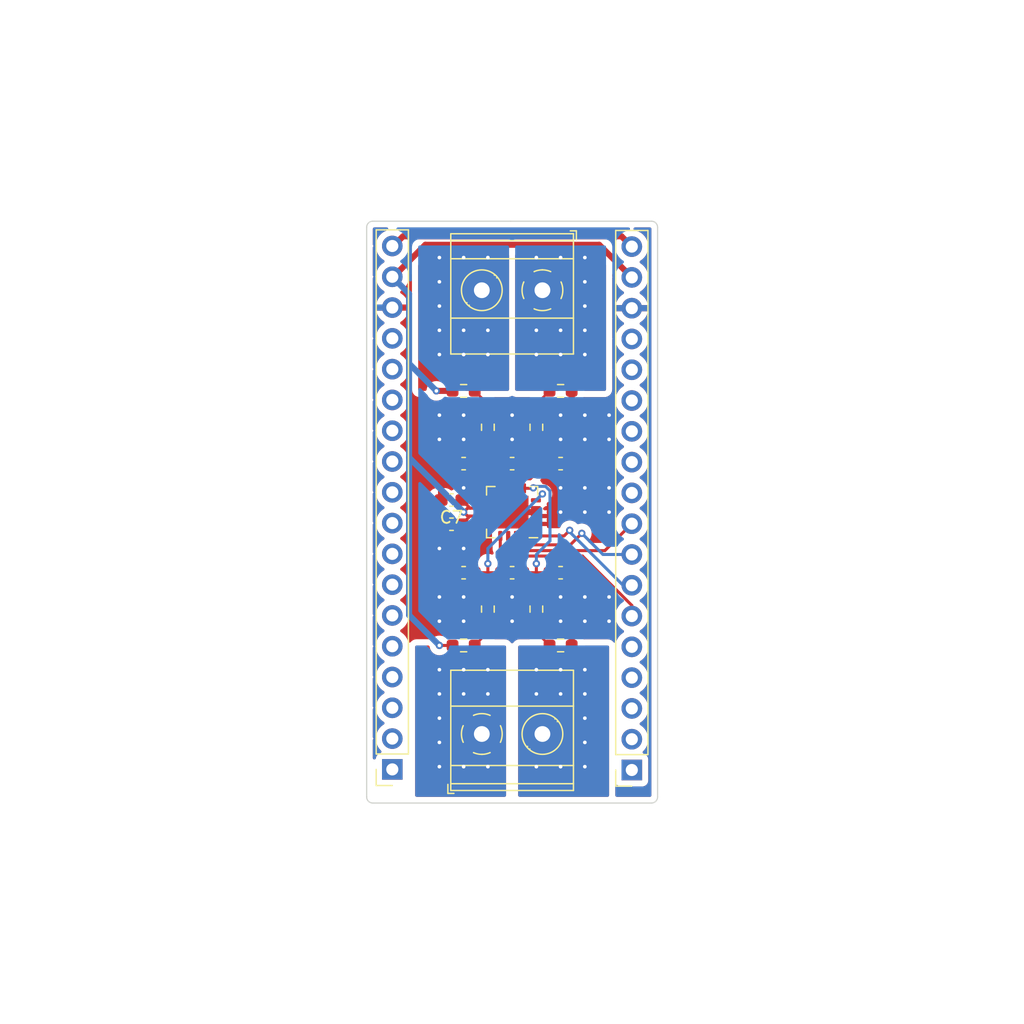
<source format=kicad_pcb>
(kicad_pcb (version 20211014) (generator pcbnew)
  (layers (0 "F.Cu" signal) (31 "B.Cu" signal) (34 "B.Paste" user) (35 "F.Paste" user) (36 "B.SilkS" user "B.Silkscreen") (37 "F.SilkS" user "F.Silkscreen") (38 "B.Mask" user) (39 "F.Mask" user) (44 "Edge.Cuts" user))
  (net 0 "")
  (net 1 "GND")
  (net 2 "+3V3")
  (net 3 "/AIN0")
  (net 4 "VBUS")
  (net 5 "/AIN1")
  (net 6 "/AIN2")
  (net 7 "/AIN3")
  (net 8 "/GPIO0")
  (net 9 "/GPIO1")
  (net 10 "/GPIO2")
  (net 11 "/GPIO3")
  (net 12 "/GPIO4")
  (net 13 "/GPIO5")
  (net 14 "/GPIO6")
  (net 15 "/GPIO7")
  (net 16 "/GPIO8")
  (net 17 "/GPIO9")
  (net 18 "/GPIO10")
  (net 19 "/GPIO11")
  (net 20 "/GPIO12")
  (net 21 "/GPIO13")
  (net 22 "/GPIO14")
  (net 23 "/GPIO15")
  (net 24 "/GPIO16")
  (net 25 "/GPIO17")
  (net 26 "/GPIO18")
  (net 27 "/GPIO19")
  (net 28 "/GPIO24")
  (net 29 "/GPIO25")
  (net 30 "/ADC0")
  (net 31 "/ADC1")
  (net 32 "/ADC2")
  (net 33 "/ADC3")
  (net 34 "/THERM0+")
  (net 35 "/THERM0-")
  (net 36 "/THERM1+")
  (net 37 "/THERM1-")
  (net 40 "/DRDY#")
  (net 41 "Net-(C4-Pad2)")
  (net 42 "Net-(C5-Pad2)")
  (net 43 "/SPI0_MISO")
  (net 44 "/SPI0_CSn")
  (net 45 "/SPI0_MOSI")
  (net 46 "/SPI0_SCK")
  (footprint "Capacitor_SMD:C_0603_1608Metric_Pad1.08x0.95mm_HandSolder" (layer "F.Cu") (at 102 67 180)
    (fp_text reference "C8" hide)
    (fp_text value "0.1u")
    (fp_line (start -0.146267 -0.51) (end 0.146267 -0.51) (layer "F.SilkS") (width 0.12))
    (fp_line (start -0.146267 0.51) (end 0.146267 0.51) (layer "F.SilkS") (width 0.12))
    (pad "1" smd roundrect (at -0.8625 0 180) (size 1.075 0.95) (layers "F.Cu" "F.Paste" "F.Mask") (net 2 "+3V3"))
    (pad "2" smd roundrect (at 0.8625 0 180) (size 1.075 0.95) (layers "F.Cu" "F.Paste" "F.Mask") (net 1 "GND"))
  )
  (footprint "TerminalBlock_Phoenix:TerminalBlock_Phoenix_MKDS-1,5-2_1x02_P5.00mm_Horizontal" (layer "F.Cu") (at 104.5 84.305)
    (fp_text reference "J4" hide)
    (fp_text value "Conn_01x02")
    (fp_line (start -2.56 2.6) (end 7.56 2.6) (layer "F.SilkS") (width 0.12))
    (fp_line (start 6.275 -1.069) (end 6.228 -1.023) (layer "F.SilkS") (width 0.12))
    (fp_line (start 3.773 1.023) (end 3.726 1.069) (layer "F.SilkS") (width 0.12))
    (fp_line (start -2.56 4.66) (end 7.56 4.66) (layer "F.SilkS") (width 0.12))
    (fp_line (start 3.966 1.239) (end 3.931 1.274) (layer "F.SilkS") (width 0.12))
    (fp_line (start -2.8 4.9) (end -2.3 4.9) (layer "F.SilkS") (width 0.12))
    (fp_line (start -2.56 -5.261) (end 7.56 -5.261) (layer "F.SilkS") (width 0.12))
    (fp_line (start 7.56 -5.261) (end 7.56 4.66) (layer "F.SilkS") (width 0.12))
    (fp_line (start 6.07 -1.275) (end 6.035 -1.239) (layer "F.SilkS") (width 0.12))
    (fp_line (start -2.56 -2.301) (end 7.56 -2.301) (layer "F.SilkS") (width 0.12))
    (fp_line (start -2.56 4.1) (end 7.56 4.1) (layer "F.SilkS") (width 0.12))
    (fp_line (start -2.8 4.16) (end -2.8 4.9) (layer "F.SilkS") (width 0.12))
    (fp_line (start -2.56 -5.261) (end -2.56 4.66) (layer "F.SilkS") (width 0.12))
    (fp_arc (start 1.535427 -0.683042) (mid 1.680501 0.000524) (end 1.535 0.684) (layer "F.SilkS") (width 0.12))
    (fp_arc (start -1.535427 0.683042) (mid -1.680501 -0.000524) (end -1.535 -0.684) (layer "F.SilkS") (width 0.12))
    (fp_arc (start 0.683318 1.534756) (mid 0.349292 1.643288) (end 0 1.68) (layer "F.SilkS") (width 0.12))
    (fp_arc (start 0.028805 1.680253) (mid -0.335551 1.646659) (end -0.684 1.535) (layer "F.SilkS") (width 0.12))
    (fp_arc (start -0.683042 -1.535427) (mid 0.000524 -1.680501) (end 0.684 -1.535) (layer "F.SilkS") (width 0.12))
    (fp_circle (center 5 0) (end 6.68 0) (layer "F.SilkS") (width 0.12) (fill none))
    (pad "1" thru_hole rect (at 0 0) (size 2.6 2.6) (drill 1.3) (layers *.Cu *.Mask) (net 37 "/THERM1-"))
    (pad "2" thru_hole circle (at 5 0) (size 2.6 2.6) (drill 1.3) (layers *.Cu *.Mask) (net 36 "/THERM1+"))
  )
  (footprint "Connector_PinSocket_2.54mm:PinSocket_1x18_P2.54mm_Vertical" (layer "F.Cu") (at 116.875 87.275 180)
    (fp_text reference "J2" hide)
    (fp_text value "Conn_02x15_Odd_Even")
    (fp_line (start -1.33 1.27) (end 1.33 1.27) (layer "F.SilkS") (width 0.12))
    (fp_line (start 1.33 1.27) (end 1.33 44.51) (layer "F.SilkS") (width 0.12))
    (fp_line (start 0 -1.33) (end 1.33 -1.33) (layer "F.SilkS") (width 0.12))
    (fp_line (start 1.33 -1.33) (end 1.33 0) (layer "F.SilkS") (width 0.12))
    (fp_line (start -1.33 44.51) (end 1.33 44.51) (layer "F.SilkS") (width 0.12))
    (fp_line (start -1.33 1.27) (end -1.33 44.51) (layer "F.SilkS") (width 0.12))
    (pad "1" thru_hole rect (at 0 0 180) (size 1.7 1.7) (drill 1) (layers *.Cu *.Mask) (net 23 "/GPIO15"))
    (pad "2" thru_hole oval (at 0 2.54 180) (size 1.7 1.7) (drill 1) (layers *.Cu *.Mask) (net 24 "/GPIO16"))
    (pad "3" thru_hole oval (at 0 5.08 180) (size 1.7 1.7) (drill 1) (layers *.Cu *.Mask) (net 25 "/GPIO17"))
    (pad "4" thru_hole oval (at 0 7.62 180) (size 1.7 1.7) (drill 1) (layers *.Cu *.Mask) (net 26 "/GPIO18"))
    (pad "5" thru_hole oval (at 0 10.16 180) (size 1.7 1.7) (drill 1) (layers *.Cu *.Mask) (net 27 "/GPIO19"))
    (pad "6" thru_hole oval (at 0 12.7 180) (size 1.7 1.7) (drill 1) (layers *.Cu *.Mask) (net 43 "/SPI0_MISO"))
    (pad "7" thru_hole oval (at 0 15.24 180) (size 1.7 1.7) (drill 1) (layers *.Cu *.Mask) (net 44 "/SPI0_CSn"))
    (pad "8" thru_hole oval (at 0 17.78 180) (size 1.7 1.7) (drill 1) (layers *.Cu *.Mask) (net 46 "/SPI0_SCK"))
    (pad "9" thru_hole oval (at 0 20.32 180) (size 1.7 1.7) (drill 1) (layers *.Cu *.Mask) (net 45 "/SPI0_MOSI"))
    (pad "10" thru_hole oval (at 0 22.86 180) (size 1.7 1.7) (drill 1) (layers *.Cu *.Mask) (net 28 "/GPIO24"))
    (pad "11" thru_hole oval (at 0 25.4 180) (size 1.7 1.7) (drill 1) (layers *.Cu *.Mask) (net 29 "/GPIO25"))
    (pad "12" thru_hole oval (at 0 27.94 180) (size 1.7 1.7) (drill 1) (layers *.Cu *.Mask) (net 30 "/ADC0"))
    (pad "13" thru_hole oval (at 0 30.48 180) (size 1.7 1.7) (drill 1) (layers *.Cu *.Mask) (net 31 "/ADC1"))
    (pad "14" thru_hole oval (at 0 33.02 180) (size 1.7 1.7) (drill 1) (layers *.Cu *.Mask) (net 32 "/ADC2"))
    (pad "15" thru_hole oval (at 0 35.56 180) (size 1.7 1.7) (drill 1) (layers *.Cu *.Mask) (net 33 "/ADC3"))
    (pad "16" thru_hole oval (at 0 38.1 180) (size 1.7 1.7) (drill 1) (layers *.Cu *.Mask) (net 1 "GND"))
    (pad "17" thru_hole oval (at 0 40.64 180) (size 1.7 1.7) (drill 1) (layers *.Cu *.Mask) (net 2 "+3V3"))
    (pad "18" thru_hole oval (at 0 43.18 180) (size 1.7 1.7) (drill 1) (layers *.Cu *.Mask) (net 4 "VBUS"))
  )
  (footprint "Resistor_SMD:R_0603_1608Metric_Pad0.98x0.95mm_HandSolder" (layer "F.Cu") (at 105 74 90)
    (fp_text reference "R8" hide)
    (fp_text value "R")
    (fp_line (start -0.254724 -0.5225) (end 0.254724 -0.5225) (layer "F.SilkS") (width 0.12))
    (fp_line (start -0.254724 0.5225) (end 0.254724 0.5225) (layer "F.SilkS") (width 0.12))
    (pad "1" smd roundrect (at -0.9125 0 90) (size 0.975 0.95) (layers "F.Cu" "F.Paste" "F.Mask") (net 37 "/THERM1-"))
    (pad "2" smd roundrect (at 0.9125 0 90) (size 0.975 0.95) (layers "F.Cu" "F.Paste" "F.Mask") (net 42 "Net-(C5-Pad2)"))
  )
  (footprint "Resistor_SMD:R_0603_1608Metric_Pad0.98x0.95mm_HandSolder" (layer "F.Cu") (at 109 74 90)
    (fp_text reference "R7" hide)
    (fp_text value "R")
    (fp_line (start -0.254724 -0.5225) (end 0.254724 -0.5225) (layer "F.SilkS") (width 0.12))
    (fp_line (start -0.254724 0.5225) (end 0.254724 0.5225) (layer "F.SilkS") (width 0.12))
    (pad "1" smd roundrect (at -0.9125 0 90) (size 0.975 0.95) (layers "F.Cu" "F.Paste" "F.Mask") (net 36 "/THERM1+"))
    (pad "2" smd roundrect (at 0.9125 0 90) (size 0.975 0.95) (layers "F.Cu" "F.Paste" "F.Mask") (net 41 "Net-(C4-Pad2)"))
  )
  (footprint "Package_DFN_QFN:Texas_S-PVQFN-N16_EP2.7x2.7mm" (layer "F.Cu") (at 107 66 180)
    (fp_text reference "U1" hide)
    (fp_text value "ADS1120-RVA")
    (fp_line (start 1.41 -2.11) (end 2.11 -2.11) (layer "F.SilkS") (width 0.12))
    (fp_line (start 1.41 2.11) (end 2.11 2.11) (layer "F.SilkS") (width 0.12))
    (fp_line (start -2.11 2.11) (end -2.11 1.41) (layer "F.SilkS") (width 0.12))
    (fp_line (start -1.41 2.11) (end -2.11 2.11) (layer "F.SilkS") (width 0.12))
    (fp_line (start 2.11 2.11) (end 2.11 1.41) (layer "F.SilkS") (width 0.12))
    (fp_line (start -1.41 -2.11) (end -2.11 -2.11) (layer "F.SilkS") (width 0.12))
    (fp_line (start 2.11 -2.11) (end 2.11 -1.41) (layer "F.SilkS") (width 0.12))
    (pad "1" smd roundrect (at -1.9625 -0.975 180) (size 0.825 0.35) (layers "F.Cu" "F.Paste" "F.Mask") (net 1 "GND"))
    (pad "2" smd roundrect (at -1.9625 -0.325 180) (size 0.825 0.35) (layers "F.Cu" "F.Paste" "F.Mask") (net 1 "GND"))
    (pad "3" smd roundrect (at -1.9625 0.325 180) (size 0.825 0.35) (layers "F.Cu" "F.Paste" "F.Mask") (net 1 "GND"))
    (pad "4" smd roundrect (at -1.9625 0.975 180) (size 0.825 0.35) (layers "F.Cu" "F.Paste" "F.Mask") (net 7 "/AIN3"))
    (pad "5" smd roundrect (at -0.975 1.9625 180) (size 0.35 0.825) (layers "F.Cu" "F.Paste" "F.Mask") (net 6 "/AIN2"))
    (pad "6" smd roundrect (at -0.325 1.9625 180) (size 0.35 0.825) (layers "F.Cu" "F.Paste" "F.Mask"))
    (pad "7" smd roundrect (at 0.325 1.9625 180) (size 0.35 0.825) (layers "F.Cu" "F.Paste" "F.Mask"))
    (pad "8" smd roundrect (at 0.975 1.9625 180) (size 0.35 0.825) (layers "F.Cu" "F.Paste" "F.Mask") (net 5 "/AIN1"))
    (pad "9" smd roundrect (at 1.9625 0.975 180) (size 0.825 0.35) (layers "F.Cu" "F.Paste" "F.Mask") (net 3 "/AIN0"))
    (pad "10" smd roundrect (at 1.9625 0.325 180) (size 0.825 0.35) (layers "F.Cu" "F.Paste" "F.Mask") (net 2 "+3V3"))
    (pad "11" smd roundrect (at 1.9625 -0.325 180) (size 0.825 0.35) (layers "F.Cu" "F.Paste" "F.Mask") (net 2 "+3V3"))
    (pad "12" smd roundrect (at 1.9625 -0.975 180) (size 0.825 0.35) (layers "F.Cu" "F.Paste" "F.Mask") (net 40 "/DRDY#"))
    (pad "13" smd roundrect (at 0.975 -1.9625 180) (size 0.35 0.825) (layers "F.Cu" "F.Paste" "F.Mask") (net 43 "/SPI0_MISO"))
    (pad "14" smd roundrect (at 0.325 -1.9625 180) (size 0.35 0.825) (layers "F.Cu" "F.Paste" "F.Mask") (net 45 "/SPI0_MOSI"))
    (pad "15" smd roundrect (at -0.325 -1.9625 180) (size 0.35 0.825) (layers "F.Cu" "F.Paste" "F.Mask") (net 46 "/SPI0_SCK"))
    (pad "16" smd roundrect (at -0.975 -1.9625 180) (size 0.35 0.825) (layers "F.Cu" "F.Paste" "F.Mask") (net 44 "/SPI0_CSn"))
    (pad "17" smd rect (at 0 0 180) (size 2.7 2.7) (layers "F.Cu" "F.Mask") (net 1 "GND"))
  )
  (footprint "Resistor_SMD:R_0603_1608Metric_Pad0.98x0.95mm_HandSolder" (layer "F.Cu") (at 109 59 -90)
    (fp_text reference "R6" hide)
    (fp_text value "0.47")
    (fp_line (start -0.254724 -0.5225) (end 0.254724 -0.5225) (layer "F.SilkS") (width 0.12))
    (fp_line (start -0.254724 0.5225) (end 0.254724 0.5225) (layer "F.SilkS") (width 0.12))
    (pad "1" smd roundrect (at -0.9125 0 270) (size 0.975 0.95) (layers "F.Cu" "F.Paste" "F.Mask") (net 35 "/THERM0-"))
    (pad "2" smd roundrect (at 0.9125 0 270) (size 0.975 0.95) (layers "F.Cu" "F.Paste" "F.Mask") (net 5 "/AIN1"))
  )
  (footprint "TerminalBlock_Phoenix:TerminalBlock_Phoenix_MKDS-1,5-2_1x02_P5.00mm_Horizontal" (layer "F.Cu") (at 109.5 47.695 180)
    (fp_text reference "J3" hide)
    (fp_text value "Conn_01x02")
    (fp_line (start -2.8 4.16) (end -2.8 4.9) (layer "F.SilkS") (width 0.12))
    (fp_line (start -2.56 -5.261) (end 7.56 -5.261) (layer "F.SilkS") (width 0.12))
    (fp_line (start -2.56 -5.261) (end -2.56 4.66) (layer "F.SilkS") (width 0.12))
    (fp_line (start -2.56 2.6) (end 7.56 2.6) (layer "F.SilkS") (width 0.12))
    (fp_line (start 6.07 -1.275) (end 6.035 -1.239) (layer "F.SilkS") (width 0.12))
    (fp_line (start -2.56 4.1) (end 7.56 4.1) (layer "F.SilkS") (width 0.12))
    (fp_line (start -2.56 -2.301) (end 7.56 -2.301) (layer "F.SilkS") (width 0.12))
    (fp_line (start -2.8 4.9) (end -2.3 4.9) (layer "F.SilkS") (width 0.12))
    (fp_line (start 7.56 -5.261) (end 7.56 4.66) (layer "F.SilkS") (width 0.12))
    (fp_line (start 6.275 -1.069) (end 6.228 -1.023) (layer "F.SilkS") (width 0.12))
    (fp_line (start -2.56 4.66) (end 7.56 4.66) (layer "F.SilkS") (width 0.12))
    (fp_line (start 3.966 1.239) (end 3.931 1.274) (layer "F.SilkS") (width 0.12))
    (fp_line (start 3.773 1.023) (end 3.726 1.069) (layer "F.SilkS") (width 0.12))
    (fp_arc (start 0.028805 1.680253) (mid -0.335551 1.646659) (end -0.684 1.535) (layer "F.SilkS") (width 0.12))
    (fp_arc (start -0.683042 -1.535427) (mid 0.000524 -1.680501) (end 0.684 -1.535) (layer "F.SilkS") (width 0.12))
    (fp_arc (start -1.535427 0.683042) (mid -1.680501 -0.000524) (end -1.535 -0.684) (layer "F.SilkS") (width 0.12))
    (fp_arc (start 1.535427 -0.683042) (mid 1.680501 0.000524) (end 1.535 0.684) (layer "F.SilkS") (width 0.12))
    (fp_arc (start 0.683318 1.534756) (mid 0.349292 1.643288) (end 0 1.68) (layer "F.SilkS") (width 0.12))
    (fp_circle (center 5 0) (end 6.68 0) (layer "F.SilkS") (width 0.12) (fill none))
    (pad "1" thru_hole rect (at 0 0 180) (size 2.6 2.6) (drill 1.3) (layers *.Cu *.Mask) (net 35 "/THERM0-"))
    (pad "2" thru_hole circle (at 5 0 180) (size 2.6 2.6) (drill 1.3) (layers *.Cu *.Mask) (net 34 "/THERM0+"))
  )
  (footprint "Resistor_SMD:R_0603_1608Metric_Pad0.98x0.95mm_HandSolder" (layer "F.Cu") (at 111 56)
    (fp_text reference "R2" hide)
    (fp_text value "1M")
    (fp_line (start -0.254724 -0.5225) (end 0.254724 -0.5225) (layer "F.SilkS") (width 0.12))
    (fp_line (start -0.254724 0.5225) (end 0.254724 0.5225) (layer "F.SilkS") (width 0.12))
    (pad "1" smd roundrect (at -0.9125 0) (size 0.975 0.95) (layers "F.Cu" "F.Paste" "F.Mask") (net 35 "/THERM0-"))
    (pad "2" smd roundrect (at 0.9125 0) (size 0.975 0.95) (layers "F.Cu" "F.Paste" "F.Mask") (net 1 "GND"))
  )
  (footprint "Capacitor_SMD:C_0603_1608Metric_Pad1.08x0.95mm_HandSolder" (layer "F.Cu") (at 103 62)
    (fp_text reference "C1" hide)
    (fp_text value "0.047u")
    (fp_line (start -0.146267 0.51) (end 0.146267 0.51) (layer "F.SilkS") (width 0.12))
    (fp_line (start -0.146267 -0.51) (end 0.146267 -0.51) (layer "F.SilkS") (width 0.12))
    (pad "1" smd roundrect (at -0.8625 0) (size 1.075 0.95) (layers "F.Cu" "F.Paste" "F.Mask") (net 1 "GND"))
    (pad "2" smd roundrect (at 0.8625 0) (size 1.075 0.95) (layers "F.Cu" "F.Paste" "F.Mask") (net 3 "/AIN0"))
  )
  (footprint "Connector_PinSocket_2.54mm:PinSocket_1x18_P2.54mm_Vertical" (layer "F.Cu") (at 97.115 87.225 180)
    (fp_text reference "J1" hide)
    (fp_text value "Conn_02x15_Odd_Even")
    (fp_line (start 1.33 1.27) (end 1.33 44.51) (layer "F.SilkS") (width 0.12))
    (fp_line (start 1.33 -1.33) (end 1.33 0) (layer "F.SilkS") (width 0.12))
    (fp_line (start -1.33 1.27) (end -1.33 44.51) (layer "F.SilkS") (width 0.12))
    (fp_line (start 0 -1.33) (end 1.33 -1.33) (layer "F.SilkS") (width 0.12))
    (fp_line (start -1.33 1.27) (end 1.33 1.27) (layer "F.SilkS") (width 0.12))
    (fp_line (start -1.33 44.51) (end 1.33 44.51) (layer "F.SilkS") (width 0.12))
    (pad "1" thru_hole rect (at 0 0 180) (size 1.7 1.7) (drill 1) (layers *.Cu *.Mask) (net 22 "/GPIO14"))
    (pad "2" thru_hole oval (at 0 2.54 180) (size 1.7 1.7) (drill 1) (layers *.Cu *.Mask) (net 21 "/GPIO13"))
    (pad "3" thru_hole oval (at 0 5.08 180) (size 1.7 1.7) (drill 1) (layers *.Cu *.Mask) (net 20 "/GPIO12"))
    (pad "4" thru_hole oval (at 0 7.62 180) (size 1.7 1.7) (drill 1) (layers *.Cu *.Mask) (net 19 "/GPIO11"))
    (pad "5" thru_hole oval (at 0 10.16 180) (size 1.7 1.7) (drill 1) (layers *.Cu *.Mask) (net 18 "/GPIO10"))
    (pad "6" thru_hole oval (at 0 12.7 180) (size 1.7 1.7) (drill 1) (layers *.Cu *.Mask) (net 17 "/GPIO9"))
    (pad "7" thru_hole oval (at 0 15.24 180) (size 1.7 1.7) (drill 1) (layers *.Cu *.Mask) (net 16 "/GPIO8"))
    (pad "8" thru_hole oval (at 0 17.78 180) (size 1.7 1.7) (drill 1) (layers *.Cu *.Mask) (net 15 "/GPIO7"))
    (pad "9" thru_hole oval (at 0 20.32 180) (size 1.7 1.7) (drill 1) (layers *.Cu *.Mask) (net 14 "/GPIO6"))
    (pad "10" thru_hole oval (at 0 22.86 180) (size 1.7 1.7) (drill 1) (layers *.Cu *.Mask) (net 13 "/GPIO5"))
    (pad "11" thru_hole oval (at 0 25.4 180) (size 1.7 1.7) (drill 1) (layers *.Cu *.Mask) (net 12 "/GPIO4"))
    (pad "12" thru_hole oval (at 0 27.94 180) (size 1.7 1.7) (drill 1) (layers *.Cu *.Mask) (net 11 "/GPIO3"))
    (pad "13" thru_hole oval (at 0 30.48 180) (size 1.7 1.7) (drill 1) (layers *.Cu *.Mask) (net 10 "/GPIO2"))
    (pad "14" thru_hole oval (at 0 33.02 180) (size 1.7 1.7) (drill 1) (layers *.Cu *.Mask) (net 9 "/GPIO1"))
    (pad "15" thru_hole oval (at 0 35.56 180) (size 1.7 1.7) (drill 1) (layers *.Cu *.Mask) (net 8 "/GPIO0"))
    (pad "16" thru_hole oval (at 0 38.1 180) (size 1.7 1.7) (drill 1) (layers *.Cu *.Mask) (net 1 "GND"))
    (pad "17" thru_hole oval (at 0 40.64 180) (size 1.7 1.7) (drill 1) (layers *.Cu *.Mask) (net 2 "+3V3"))
    (pad "18" thru_hole oval (at 0 43.18 180) (size 1.7 1.7) (drill 1) (layers *.Cu *.Mask) (net 4 "VBUS"))
  )
  (footprint "Resistor_SMD:R_0603_1608Metric_Pad0.98x0.95mm_HandSolder" (layer "F.Cu") (at 111 77 180)
    (fp_text reference "R3" hide)
    (fp_text value "1M")
    (fp_line (start -0.254724 0.5225) (end 0.254724 0.5225) (layer "F.SilkS") (width 0.12))
    (fp_line (start -0.254724 -0.5225) (end 0.254724 -0.5225) (layer "F.SilkS") (width 0.12))
    (pad "1" smd roundrect (at -0.9125 0 180) (size 0.975 0.95) (layers "F.Cu" "F.Paste" "F.Mask") (net 1 "GND"))
    (pad "2" smd roundrect (at 0.9125 0 180) (size 0.975 0.95) (layers "F.Cu" "F.Paste" "F.Mask") (net 36 "/THERM1+"))
  )
  (footprint "Capacitor_SMD:C_0603_1608Metric_Pad1.08x0.95mm_HandSolder" (layer "F.Cu") (at 103 71 180)
    (fp_text reference "C6" hide)
    (fp_text value "0.047u")
    (fp_line (start -0.146267 -0.51) (end 0.146267 -0.51) (layer "F.SilkS") (width 0.12))
    (fp_line (start -0.146267 0.51) (end 0.146267 0.51) (layer "F.SilkS") (width 0.12))
    (pad "1" smd roundrect (at -0.8625 0 180) (size 1.075 0.95) (layers "F.Cu" "F.Paste" "F.Mask") (net 42 "Net-(C5-Pad2)"))
    (pad "2" smd roundrect (at 0.8625 0 180) (size 1.075 0.95) (layers "F.Cu" "F.Paste" "F.Mask") (net 1 "GND"))
  )
  (footprint "Capacitor_SMD:C_0603_1608Metric_Pad1.08x0.95mm_HandSolder" (layer "F.Cu") (at 107 71 180)
    (fp_text reference "C5" hide)
    (fp_text value "0.47u")
    (fp_line (start -0.146267 0.51) (end 0.146267 0.51) (layer "F.SilkS") (width 0.12))
    (fp_line (start -0.146267 -0.51) (end 0.146267 -0.51) (layer "F.SilkS") (width 0.12))
    (pad "1" smd roundrect (at -0.8625 0 180) (size 1.075 0.95) (layers "F.Cu" "F.Paste" "F.Mask") (net 41 "Net-(C4-Pad2)"))
    (pad "2" smd roundrect (at 0.8625 0 180) (size 1.075 0.95) (layers "F.Cu" "F.Paste" "F.Mask") (net 42 "Net-(C5-Pad2)"))
  )
  (footprint "Capacitor_SMD:C_0603_1608Metric_Pad1.08x0.95mm_HandSolder" (layer "F.Cu") (at 107 62)
    (fp_text reference "C2" hide)
    (fp_text value "0.47u")
    (fp_line (start -0.146267 0.51) (end 0.146267 0.51) (layer "F.SilkS") (width 0.12))
    (fp_line (start -0.146267 -0.51) (end 0.146267 -0.51) (layer "F.SilkS") (width 0.12))
    (pad "1" smd roundrect (at -0.8625 0) (size 1.075 0.95) (layers "F.Cu" "F.Paste" "F.Mask") (net 3 "/AIN0"))
    (pad "2" smd roundrect (at 0.8625 0) (size 1.075 0.95) (layers "F.Cu" "F.Paste" "F.Mask") (net 5 "/AIN1"))
  )
  (footprint "Resistor_SMD:R_0603_1608Metric_Pad0.98x0.95mm_HandSolder" (layer "F.Cu") (at 103 77 180)
    (fp_text reference "R4" hide)
    (fp_text value "1M")
    (fp_line (start -0.254724 0.5225) (end 0.254724 0.5225) (layer "F.SilkS") (width 0.12))
    (fp_line (start -0.254724 -0.5225) (end 0.254724 -0.5225) (layer "F.SilkS") (width 0.12))
    (pad "1" smd roundrect (at -0.9125 0 180) (size 0.975 0.95) (layers "F.Cu" "F.Paste" "F.Mask") (net 37 "/THERM1-"))
    (pad "2" smd roundrect (at 0.9125 0 180) (size 0.975 0.95) (layers "F.Cu" "F.Paste" "F.Mask") (net 2 "+3V3"))
  )
  (footprint "Capacitor_SMD:C_0603_1608Metric_Pad1.08x0.95mm_HandSolder" (layer "F.Cu") (at 111 62)
    (fp_text reference "C3" hide)
    (fp_text value "0.047u")
    (fp_line (start -0.146267 -0.51) (end 0.146267 -0.51) (layer "F.SilkS") (width 0.12))
    (fp_line (start -0.146267 0.51) (end 0.146267 0.51) (layer "F.SilkS") (width 0.12))
    (pad "1" smd roundrect (at -0.8625 0) (size 1.075 0.95) (layers "F.Cu" "F.Paste" "F.Mask") (net 5 "/AIN1"))
    (pad "2" smd roundrect (at 0.8625 0) (size 1.075 0.95) (layers "F.Cu" "F.Paste" "F.Mask") (net 1 "GND"))
  )
  (footprint "Capacitor_SMD:C_0603_1608Metric_Pad1.08x0.95mm_HandSolder" (layer "F.Cu") (at 102 65 180)
    (fp_text reference "C7" (at 0 -1.43) (layer "F.SilkS"))
    (fp_text value "0.1u")
    (fp_line (start -0.146267 -0.51) (end 0.146267 -0.51) (layer "F.SilkS") (width 0.12))
    (fp_line (start -0.146267 0.51) (end 0.146267 0.51) (layer "F.SilkS") (width 0.12))
    (pad "1" smd roundrect (at -0.8625 0 180) (size 1.075 0.95) (layers "F.Cu" "F.Paste" "F.Mask") (net 2 "+3V3"))
    (pad "2" smd roundrect (at 0.8625 0 180) (size 1.075 0.95) (layers "F.Cu" "F.Paste" "F.Mask") (net 1 "GND"))
  )
  (footprint "Resistor_SMD:R_0603_1608Metric_Pad0.98x0.95mm_HandSolder" (layer "F.Cu") (at 105 59 -90)
    (fp_text reference "R5" hide)
    (fp_text value "0.47")
    (fp_line (start -0.254724 -0.5225) (end 0.254724 -0.5225) (layer "F.SilkS") (width 0.12))
    (fp_line (start -0.254724 0.5225) (end 0.254724 0.5225) (layer "F.SilkS") (width 0.12))
    (pad "1" smd roundrect (at -0.9125 0 270) (size 0.975 0.95) (layers "F.Cu" "F.Paste" "F.Mask") (net 34 "/THERM0+"))
    (pad "2" smd roundrect (at 0.9125 0 270) (size 0.975 0.95) (layers "F.Cu" "F.Paste" "F.Mask") (net 3 "/AIN0"))
  )
  (footprint "Capacitor_SMD:C_0603_1608Metric_Pad1.08x0.95mm_HandSolder" (layer "F.Cu") (at 111 71 180)
    (fp_text reference "C4" hide)
    (fp_text value "0.047u")
    (fp_line (start -0.146267 -0.51) (end 0.146267 -0.51) (layer "F.SilkS") (width 0.12))
    (fp_line (start -0.146267 0.51) (end 0.146267 0.51) (layer "F.SilkS") (width 0.12))
    (pad "1" smd roundrect (at -0.8625 0 180) (size 1.075 0.95) (layers "F.Cu" "F.Paste" "F.Mask") (net 1 "GND"))
    (pad "2" smd roundrect (at 0.8625 0 180) (size 1.075 0.95) (layers "F.Cu" "F.Paste" "F.Mask") (net 41 "Net-(C4-Pad2)"))
  )
  (footprint "Resistor_SMD:R_0603_1608Metric_Pad0.98x0.95mm_HandSolder" (layer "F.Cu") (at 103 56)
    (fp_text reference "R1" hide)
    (fp_text value "1M")
    (fp_line (start -0.254724 -0.5225) (end 0.254724 -0.5225) (layer "F.SilkS") (width 0.12))
    (fp_line (start -0.254724 0.5225) (end 0.254724 0.5225) (layer "F.SilkS") (width 0.12))
    (pad "1" smd roundrect (at -0.9125 0) (size 0.975 0.95) (layers "F.Cu" "F.Paste" "F.Mask") (net 2 "+3V3"))
    (pad "2" smd roundrect (at 0.9125 0) (size 0.975 0.95) (layers "F.Cu" "F.Paste" "F.Mask") (net 34 "/THERM0+"))
  )
  (gr_line (start 95 89.5) (end 95 42.5) (layer "Edge.Cuts") (width 0.1))
  (gr_line (start 118.5 90) (end 95.5 90) (layer "Edge.Cuts") (width 0.1))
  (gr_arc (start 118.5 42) (mid 118.853553 42.146447) (end 119 42.5) (layer "Edge.Cuts") (width 0.1))
  (gr_line (start 119 42.5) (end 119 89.5) (layer "Edge.Cuts") (width 0.1))
  (gr_line (start 106.875 42) (end 95.5 42) (layer "Edge.Cuts") (width 0.1))
  (gr_arc (start 95 42.5) (mid 95.146447 42.146447) (end 95.5 42) (layer "Edge.Cuts") (width 0.1))
  (gr_line (start 106.875 42) (end 118.5 42) (layer "Edge.Cuts") (width 0.1))
  (gr_arc (start 95.5 90) (mid 95.146447 89.853553) (end 95 89.5) (layer "Edge.Cuts") (width 0.1))
  (gr_arc (start 119 89.5) (mid 118.853553 89.853553) (end 118.5 90) (layer "Edge.Cuts") (width 0.1))
  (via (at 111 60) (size 0.6) (drill 0.3) (layers "F.Cu" "B.Cu") (net 1))
  (via (at 115 58) (size 0.6) (drill 0.3) (layers "F.Cu" "B.Cu") (net 1))
  (via (at 103 75) (size 0.6) (drill 0.3) (layers "F.Cu" "B.Cu") (net 1))
  (via (at 113 75) (size 0.6) (drill 0.3) (layers "F.Cu" "B.Cu") (net 1))
  (via (at 101 69) (size 0.6) (drill 0.3) (layers "F.Cu" "B.Cu") (net 1))
  (via (at 113 60) (size 0.6) (drill 0.3) (layers "F.Cu" "B.Cu") (net 1))
  (via (at 111 75) (size 0.6) (drill 0.3) (layers "F.Cu" "B.Cu") (net 1))
  (via (at 115 73) (size 0.6) (drill 0.3) (layers "F.Cu" "B.Cu") (net 1))
  (via (at 103 73) (size 0.6) (drill 0.3) (layers "F.Cu" "B.Cu") (net 1))
  (via (at 115 64) (size 0.6) (drill 0.3) (layers "F.Cu" "B.Cu") (net 1))
  (via (at 103 60) (size 0.6) (drill 0.3) (layers "F.Cu" "B.Cu") (net 1))
  (via (at 115 75) (size 0.6) (drill 0.3) (layers "F.Cu" "B.Cu") (net 1))
  (via (at 107 73) (size 0.6) (drill 0.3) (layers "F.Cu" "B.Cu") (net 1))
  (via (at 103 69) (size 0.6) (drill 0.3) (layers "F.Cu" "B.Cu") (net 1))
  (via (at 103 58) (size 0.6) (drill 0.3) (layers "F.Cu" "B.Cu") (net 1))
  (via (at 107 60) (size 0.6) (drill 0.3) (layers "F.Cu" "B.Cu") (net 1))
  (via (at 115 60) (size 0.6) (drill 0.3) (layers "F.Cu" "B.Cu") (net 1))
  (via (at 103 64) (size 0.6) (drill 0.3) (layers "F.Cu" "B.Cu") (net 1))
  (via (at 111 64) (size 0.6) (drill 0.3) (layers "F.Cu" "B.Cu") (net 1))
  (via (at 113 58) (size 0.6) (drill 0.3) (layers "F.Cu" "B.Cu") (net 1))
  (via (at 101 58) (size 0.6) (drill 0.3) (layers "F.Cu" "B.Cu") (net 1))
  (via (at 111 66) (size 0.6) (drill 0.3) (layers "F.Cu" "B.Cu") (net 1))
  (via (at 107 58) (size 0.6) (drill 0.3) (layers "F.Cu" "B.Cu") (net 1))
  (via (at 101 75) (size 0.6) (drill 0.3) (layers "F.Cu" "B.Cu") (net 1))
  (via (at 115 66) (size 0.6) (drill 0.3) (layers "F.Cu" "B.Cu") (net 1))
  (via (at 111 58) (size 0.6) (drill 0.3) (layers "F.Cu" "B.Cu") (net 1))
  (via (at 113 66) (size 0.6) (drill 0.3) (layers "F.Cu" "B.Cu") (net 1))
  (via (at 101 60) (size 0.6) (drill 0.3) (layers "F.Cu" "B.Cu") (net 1))
  (via (at 113 64) (size 0.6) (drill 0.3) (layers "F.Cu" "B.Cu") (net 1))
  (via (at 113 73) (size 0.6) (drill 0.3) (layers "F.Cu" "B.Cu") (net 1))
  (via (at 107 75) (size 0.6) (drill 0.3) (layers "F.Cu" "B.Cu") (net 1))
  (via (at 111 73) (size 0.6) (drill 0.3) (layers "F.Cu" "B.Cu") (net 1))
  (via (at 101 73) (size 0.6) (drill 0.3) (layers "F.Cu" "B.Cu") (net 1))
  (segment (start 99.84048 43.94452) (end 114.18452 43.94452) (width 0.5) (layer "F.Cu") (net 2))
  (segment (start 103.5375 65.675) (end 103.325 65.675) (width 0.25) (layer "F.Cu") (net 2))
  (segment (start 100.75 56) (end 102.0875 56) (width 0.5) (layer "F.Cu") (net 2))
  (segment (start 103.5375 65.675) (end 102.8625 65) (width 0.25) (layer "F.Cu") (net 2))
  (segment (start 105.0375 66.325) (end 103.5375 66.325) (width 0.25) (layer "F.Cu") (net 2))
  (segment (start 114.18452 43.94452) (end 116.875 46.635) (width 0.5) (layer "F.Cu") (net 2))
  (segment (start 103.5375 66.325) (end 103.325 66.325) (width 0.25) (layer "F.Cu") (net 2))
  (segment (start 103.5375 66.325) (end 102.8625 67) (width 0.25) (layer "F.Cu") (net 2))
  (segment (start 103.325 66.325) (end 103 66) (width 0.25) (layer "F.Cu") (net 2))
  (segment (start 105.0375 65.675) (end 103.5375 65.675) (width 0.25) (layer "F.Cu") (net 2))
  (segment (start 103.325 65.675) (end 103 66) (width 0.25) (layer "F.Cu") (net 2))
  (segment (start 97.15 46.635) (end 99.84048 43.94452) (width 0.5) (layer "F.Cu") (net 2))
  (segment (start 101 77) (end 102.0875 77) (width 0.25) (layer "F.Cu") (net 2))
  (via (at 103 66) (size 0.6) (drill 0.3) (layers "F.Cu" "B.Cu") (net 2))
  (via (at 101 77) (size 0.6) (drill 0.3) (layers "F.Cu" "B.Cu") (net 2))
  (via (at 100.75 56) (size 0.6) (drill 0.3) (layers "F.Cu" "B.Cu") (net 2))
  (segment (start 98.5 74.5) (end 101 77) (width 0.5) (layer "B.Cu") (net 2))
  (segment (start 98.5 61.5) (end 103 66) (width 0.5) (layer "B.Cu") (net 2))
  (segment (start 98.5 53.75) (end 100.75 56) (width 0.5) (layer "B.Cu") (net 2))
  (segment (start 98.5 61.5) (end 98.5 74.5) (width 0.5) (layer "B.Cu") (net 2))
  (segment (start 98.5 47.985) (end 98.5 53.75) (width 0.5) (layer "B.Cu") (net 2))
  (segment (start 98.5 53.75) (end 98.5 61.5) (width 0.5) (layer "B.Cu") (net 2))
  (segment (start 97.15 46.635) (end 98.5 47.985) (width 0.5) (layer "B.Cu") (net 2))
  (segment (start 105 64.9875) (end 105 62) (width 0.25) (layer "F.Cu") (net 3))
  (segment (start 105.0375 65.025) (end 105 64.9875) (width 0.25) (layer "F.Cu") (net 3))
  (segment (start 105 62) (end 103.8625 62) (width 0.25) (layer "F.Cu") (net 3))
  (segment (start 105 62) (end 106.1375 62) (width 0.25) (layer "F.Cu") (net 3))
  (segment (start 105 62) (end 105 59.9125) (width 0.25) (layer "F.Cu") (net 3))
  (segment (start 98 43.245) (end 116.025 43.245) (width 0.5) (layer "F.Cu") (net 4))
  (segment (start 97.15 44.095) (end 98 43.245) (width 0.5) (layer "F.Cu") (net 4))
  (segment (start 116.025 43.245) (end 116.875 44.095) (width 0.5) (layer "F.Cu") (net 4))
  (segment (start 109 62) (end 109 59.9125) (width 0.25) (layer "F.Cu") (net 5))
  (segment (start 106.025 64.0375) (end 106.025 63.692316) (width 0.25) (layer "F.Cu") (net 5))
  (segment (start 108.5 63.25) (end 109 62.75) (width 0.25) (layer "F.Cu") (net 5))
  (segment (start 106.025 63.692316) (end 106.467316 63.25) (width 0.25) (layer "F.Cu") (net 5))
  (segment (start 107.717316 62) (end 107.8625 62) (width 0.25) (layer "F.Cu") (net 5))
  (segment (start 109 62) (end 110.1375 62) (width 0.25) (layer "F.Cu") (net 5))
  (segment (start 109 62.75) (end 109 62) (width 0.25) (layer "F.Cu") (net 5))
  (segment (start 109 62) (end 107.8625 62) (width 0.25) (layer "F.Cu") (net 5))
  (segment (start 106.467316 63.25) (end 108.5 63.25) (width 0.25) (layer "F.Cu") (net 5))
  (segment (start 105 57.0875) (end 103.9125 56) (width 0.2) (layer "F.Cu") (net 34))
  (segment (start 104.5 55.4125) (end 104.5 47.695) (width 0.2) (layer "F.Cu") (net 34))
  (segment (start 105 58.0875) (end 105 57.0875) (width 0.2) (layer "F.Cu") (net 34))
  (segment (start 103.9125 56) (end 104.5 55.4125) (width 0.2) (layer "F.Cu") (net 34))
  (via (at 101 47) (size 0.6) (drill 0.3) (layers "F.Cu" "B.Cu") (net 34))
  (via (at 101 45) (size 0.6) (drill 0.3) (layers "F.Cu" "B.Cu") (net 34))
  (via (at 103 45) (size 0.6) (drill 0.3) (layers "F.Cu" "B.Cu") (net 34))
  (via (at 103 53) (size 0.6) (drill 0.3) (layers "F.Cu" "B.Cu") (net 34))
  (via (at 101 49) (size 0.6) (drill 0.3) (layers "F.Cu" "B.Cu") (net 34))
  (via (at 105 51) (size 0.6) (drill 0.3) (layers "F.Cu" "B.Cu") (net 34))
  (via (at 101 53) (size 0.6) (drill 0.3) (layers "F.Cu" "B.Cu") (net 34))
  (via (at 105 45) (size 0.6) (drill 0.3) (layers "F.Cu" "B.Cu") (net 34))
  (via (at 105 53) (size 0.6) (drill 0.3) (layers "F.Cu" "B.Cu") (net 34))
  (via (at 101 51) (size 0.6) (drill 0.3) (layers "F.Cu" "B.Cu") (net 34))
  (via (at 103 51) (size 0.6) (drill 0.3) (layers "F.Cu" "B.Cu") (net 34))
  (segment (start 109 57.0875) (end 110.0875 56) (width 0.2) (layer "F.Cu") (net 35))
  (segment (start 109.5 55.4125) (end 109.5 47.695) (width 0.2) (layer "F.Cu") (net 35))
  (segment (start 110.0875 56) (end 109.5 55.4125) (width 0.2) (layer "F.Cu") (net 35))
  (segment (start 109 58.0875) (end 109 57.0875) (width 0.2) (layer "F.Cu") (net 35))
  (via (at 109 45) (size 0.6) (drill 0.3) (layers "F.Cu" "B.Cu") (net 35))
  (via (at 109 51) (size 0.6) (drill 0.3) (layers "F.Cu" "B.Cu") (net 35))
  (via (at 113 51) (size 0.6) (drill 0.3) (layers "F.Cu" "B.Cu") (net 35))
  (via (at 113 47) (size 0.6) (drill 0.3) (layers "F.Cu" "B.Cu") (net 35))
  (via (at 111 45) (size 0.6) (drill 0.3) (layers "F.Cu" "B.Cu") (net 35))
  (via (at 111 53) (size 0.6) (drill 0.3) (layers "F.Cu" "B.Cu") (net 35))
  (via (at 111 51) (size 0.6) (drill 0.3) (layers "F.Cu" "B.Cu") (net 35))
  (via (at 113 49) (size 0.6) (drill 0.3) (layers "F.Cu" "B.Cu") (net 35))
  (via (at 113 53) (size 0.6) (drill 0.3) (layers "F.Cu" "B.Cu") (net 35))
  (via (at 109 53) (size 0.6) (drill 0.3) (layers "F.Cu" "B.Cu") (net 35))
  (via (at 113 45) (size 0.6) (drill 0.3) (layers "F.Cu" "B.Cu") (net 35))
  (segment (start 109 75.9125) (end 110.0875 77) (width 0.2) (layer "F.Cu") (net 36))
  (segment (start 109.5 77.5875) (end 109.5 84.305) (width 0.2) (layer "F.Cu") (net 36))
  (segment (start 110.0875 77) (end 109.5 77.5875) (width 0.2) (layer "F.Cu") (net 36))
  (segment (start 109 74.9125) (end 109 75.9125) (width 0.2) (layer "F.Cu") (net 36))
  (via (at 109 79) (size 0.6) (drill 0.3) (layers "F.Cu" "B.Cu") (net 36))
  (via (at 113 83) (size 0.6) (drill 0.3) (layers "F.Cu" "B.Cu") (net 36))
  (via (at 113 79) (size 0.6) (drill 0.3) (layers "F.Cu" "B.Cu") (net 36))
  (via (at 109 87) (size 0.6) (drill 0.3) (layers "F.Cu" "B.Cu") (net 36))
  (via (at 111 79) (size 0.6) (drill 0.3) (layers "F.Cu" "B.Cu") (net 36))
  (via (at 113 85) (size 0.6) (drill 0.3) (layers "F.Cu" "B.Cu") (net 36))
  (via (at 111 81) (size 0.6) (drill 0.3) (layers "F.Cu" "B.Cu") (net 36))
  (via (at 113 81) (size 0.6) (drill 0.3) (layers "F.Cu" "B.Cu") (net 36))
  (via (at 113 87) (size 0.6) (drill 0.3) (layers "F.Cu" "B.Cu") (net 36))
  (via (at 111 87) (size 0.6) (drill 0.3) (layers "F.Cu" "B.Cu") (net 36))
  (via (at 109 81) (size 0.6) (drill 0.3) (layers "F.Cu" "B.Cu") (net 36))
  (segment (start 105 75.9125) (end 103.9125 77) (width 0.2) (layer "F.Cu") (net 37))
  (segment (start 104.5 77.5875) (end 104.5 84.305) (width 0.2) (layer "F.Cu") (net 37))
  (segment (start 105 74.9125) (end 105 75.9125) (width 0.2) (layer "F.Cu") (net 37))
  (segment (start 103.9125 77) (end 104.5 77.5875) (width 0.2) (layer "F.Cu") (net 37))
  (via (at 105 87) (size 0.6) (drill 0.3) (layers "F.Cu" "B.Cu") (net 37))
  (via (at 101 81) (size 0.6) (drill 0.3) (layers "F.Cu" "B.Cu") (net 37))
  (via (at 101 83) (size 0.6) (drill 0.3) (layers "F.Cu" "B.Cu") (net 37))
  (via (at 105 79) (size 0.6) (drill 0.3) (layers "F.Cu" "B.Cu") (net 37))
  (via (at 101 85) (size 0.6) (drill 0.3) (layers "F.Cu" "B.Cu") (net 37))
  (via (at 105 81) (size 0.6) (drill 0.3) (layers "F.Cu" "B.Cu") (net 37))
  (via (at 101 87) (size 0.6) (drill 0.3) (layers "F.Cu" "B.Cu") (net 37))
  (via (at 101 79) (size 0.6) (drill 0.3) (layers "F.Cu" "B.Cu") (net 37))
  (via (at 103 79) (size 0.6) (drill 0.3) (layers "F.Cu" "B.Cu") (net 37))
  (via (at 103 87) (size 0.6) (drill 0.3) (layers "F.Cu" "B.Cu") (net 37))
  (via (at 103 81) (size 0.6) (drill 0.3) (layers "F.Cu" "B.Cu") (net 37))
  (segment (start 108.7125 64.0375) (end 108.75 64) (width 0.25) (layer "F.Cu") (net 41))
  (segment (start 109 70.25) (end 109 71) (width 0.25) (layer "F.Cu") (net 41))
  (segment (start 109 71) (end 110.1375 71) (width 0.25) (layer "F.Cu") (net 41))
  (segment (start 107.975 64.0375) (end 108.7125 64.0375) (width 0.25) (layer "F.Cu") (net 41))
  (segment (start 109 71) (end 107.8625 71) (width 0.25) (layer "F.Cu") (net 41))
  (segment (start 109 73.0875) (end 109 71) (width 0.25) (layer "F.Cu") (net 41))
  (via (at 108.75 64) (size 0.6) (drill 0.3) (layers "F.Cu" "B.Cu") (net 41))
  (via (at 109 70.25) (size 0.6) (drill 0.3) (layers "F.Cu" "B.Cu") (net 41))
  (segment (start 108.75 64) (end 108.874511 63.875489) (width 0.25) (layer "B.Cu") (net 41))
  (segment (start 108.874511 63.875489) (end 109.758682 63.875489) (width 0.25) (layer "B.Cu") (net 41))
  (segment (start 110.124511 68.375489) (end 109 69.5) (width 0.25) (layer "B.Cu") (net 41))
  (segment (start 109.758682 63.875489) (end 110.124511 64.241318) (width 0.25) (layer "B.Cu") (net 41))
  (segment (start 109 69.5) (end 109 70.25) (width 0.25) (layer "B.Cu") (net 41))
  (segment (start 110.124511 64.241318) (end 110.124511 68.375489) (width 0.25) (layer "B.Cu") (net 41))
  (segment (start 105 70.25) (end 105 71) (width 0.25) (layer "F.Cu") (net 42))
  (segment (start 105 71) (end 103.8625 71) (width 0.25) (layer "F.Cu") (net 42))
  (segment (start 105 73.0875) (end 105 71) (width 0.25) (layer "F.Cu") (net 42))
  (segment (start 108.9625 65.025) (end 108.975 65.025) (width 0.25) (layer "F.Cu") (net 42))
  (segment (start 108.975 65.025) (end 109.5 64.5) (width 0.25) (layer "F.Cu") (net 42))
  (segment (start 105 71) (end 106.1375 71) (width 0.25) (layer "F.Cu") (net 42))
  (via (at 109.5 64.5) (size 0.6) (drill 0.3) (layers "F.Cu" "B.Cu") (net 42))
  (via (at 105 70.25) (size 0.6) (drill 0.3) (layers "F.Cu" "B.Cu") (net 42))
  (segment (start 105 69.5) (end 105 70.25) (width 0.25) (layer "B.Cu") (net 42))
  (segment (start 109.5 64.5) (end 105 69) (width 0.25) (layer "B.Cu") (net 42))
  (segment (start 105 69) (end 105 69.5) (width 0.25) (layer "B.Cu") (net 42))
  (segment (start 106.025 67.9625) (end 106.025 69.025) (width 0.25) (layer "F.Cu") (net 43))
  (segment (start 106.625489 69.625489) (end 112.804479 69.625489) (width 0.25) (layer "F.Cu") (net 43))
  (segment (start 116.875 73.69601) (end 116.875 74.575) (width 0.25) (layer "F.Cu") (net 43))
  (segment (start 112.804479 69.625489) (end 116.875 73.69601) (width 0.25) (layer "F.Cu") (net 43))
  (segment (start 106.025 69.025) (end 106.625489 69.625489) (width 0.25) (layer "F.Cu") (net 43))
  (segment (start 111.2875 67.9625) (end 107.975 67.9625) (width 0.25) (layer "F.Cu") (net 44))
  (segment (start 111.75 67.5) (end 111.2875 67.9625) (width 0.25) (layer "F.Cu") (net 44))
  (via (at 111.75 67.5) (size 0.6) (drill 0.3) (layers "F.Cu" "B.Cu") (net 44))
  (segment (start 116.151807 72.035) (end 116.875 72.035) (width 0.25) (layer "B.Cu") (net 44))
  (segment (start 111.75 67.633193) (end 116.151807 72.035) (width 0.25) (layer "B.Cu") (net 44))
  (segment (start 111.75 67.5) (end 111.75 67.633193) (width 0.25) (layer "B.Cu") (net 44))
  (segment (start 114.654031 69.175969) (end 116.875 66.955) (width 0.25) (layer "F.Cu") (net 45))
  (segment (start 107.425969 69.175969) (end 114.654031 69.175969) (width 0.25) (layer "F.Cu") (net 45))
  (segment (start 106.675 68.425) (end 107.425969 69.175969) (width 0.25) (layer "F.Cu") (net 45))
  (segment (start 106.675 67.9625) (end 106.675 68.425) (width 0.25) (layer "F.Cu") (net 45))
  (segment (start 111.80048 68.69952) (end 112.75 67.75) (width 0.25) (layer "F.Cu") (net 46))
  (segment (start 107.69952 68.69952) (end 111.80048 68.69952) (width 0.25) (layer "F.Cu") (net 46))
  (segment (start 107.325 67.9625) (end 107.325 68.325) (width 0.25) (layer "F.Cu") (net 46))
  (segment (start 107.325 68.325) (end 107.69952 68.69952) (width 0.25) (layer "F.Cu") (net 46))
  (via (at 112.75 67.75) (size 0.6) (drill 0.3) (layers "F.Cu" "B.Cu") (net 46))
  (segment (start 112.75 67.75) (end 114.495 69.495) (width 0.25) (layer "B.Cu") (net 46))
  (segment (start 114.495 69.495) (end 116.875 69.495) (width 0.25) (layer "B.Cu") (net 46))
  (zone (net 36) (net_name "/THERM1+") (layers F&B.Cu) (priority 1) (connect_pads yes (clearance 0.508)) (min_thickness 0.254) (fill yes (thermal_gap 0.508) (thermal_bridge_width 0.508))
    (polygon (pts (xy 115 89.5) (xy 107.5 89.5) (xy 107.5 77) (xy 115 77)))
  )
  (zone (net 1) (net_name "GND") (layers F&B.Cu) (connect_pads (clearance 0.508)) (min_thickness 0.254) (fill yes (thermal_gap 0.508) (thermal_bridge_width 0.508))
    (polygon (pts (xy 126.875 95.5) (xy 88.875 95.5) (xy 88.875 38.5) (xy 126.875 38.5)))
  )
  (zone (net 37) (net_name "/THERM1-") (layers F&B.Cu) (priority 1) (connect_pads yes (clearance 0.508)) (min_thickness 0.254) (fill yes (thermal_gap 0.508) (thermal_bridge_width 0.508))
    (polygon (pts (xy 106.5 89.5) (xy 99 89.5) (xy 99 77) (xy 106.5 77)))
  )
  (zone (net 34) (net_name "/THERM0+") (layers F&B.Cu) (priority 1) (connect_pads yes (clearance 0.508)) (min_thickness 0.254) (fill yes (thermal_gap 0.508) (thermal_bridge_width 0.508))
    (polygon (pts (xy 106.75 56) (xy 99.25 56) (xy 99.25 44) (xy 106.75 44)))
  )
  (zone (net 35) (net_name "/THERM0-") (layers F&B.Cu) (priority 1) (connect_pads yes (clearance 0.508)) (min_thickness 0.254) (fill yes (thermal_gap 0.508) (thermal_bridge_width 0.508))
    (polygon (pts (xy 114.75 56) (xy 107.25 56) (xy 107.25 44) (xy 114.75 44)))
  )
)
</source>
